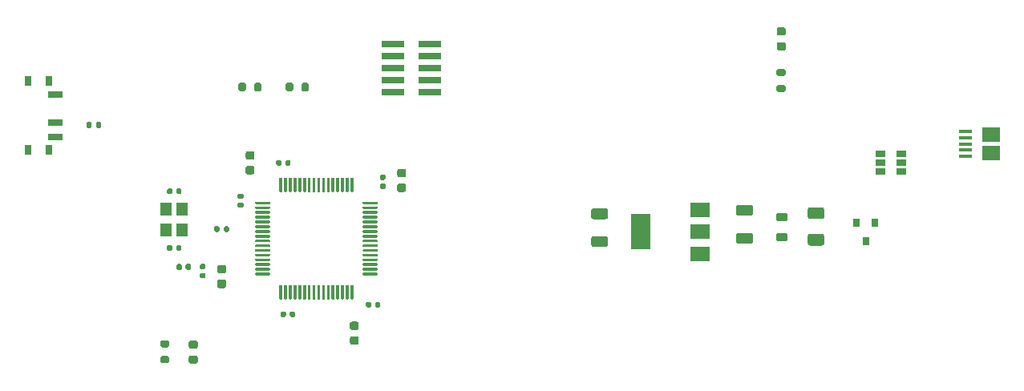
<source format=gbr>
%TF.GenerationSoftware,KiCad,Pcbnew,(5.1.8)-1*%
%TF.CreationDate,2021-03-29T14:59:59+03:00*%
%TF.ProjectId,STM32_PCB,53544d33-325f-4504-9342-2e6b69636164,rev?*%
%TF.SameCoordinates,Original*%
%TF.FileFunction,Paste,Top*%
%TF.FilePolarity,Positive*%
%FSLAX46Y46*%
G04 Gerber Fmt 4.6, Leading zero omitted, Abs format (unit mm)*
G04 Created by KiCad (PCBNEW (5.1.8)-1) date 2021-03-29 14:59:59*
%MOMM*%
%LPD*%
G01*
G04 APERTURE LIST*
%ADD10R,2.000000X1.500000*%
%ADD11R,2.000000X3.800000*%
%ADD12R,1.900000X1.500000*%
%ADD13R,1.350000X0.400000*%
%ADD14R,2.400000X0.740000*%
%ADD15R,0.800000X0.900000*%
%ADD16R,1.500000X0.700000*%
%ADD17R,0.800000X1.000000*%
%ADD18R,1.060000X0.650000*%
%ADD19R,1.200000X1.400000*%
G04 APERTURE END LIST*
D10*
%TO.C,U3*%
X138550000Y-103600000D03*
X138550000Y-99000000D03*
X138550000Y-101300000D03*
D11*
X132250000Y-101300000D03*
%TD*%
%TO.C,C4*%
G36*
G01*
X128550001Y-99950000D02*
X127249999Y-99950000D01*
G75*
G02*
X127000000Y-99700001I0J249999D01*
G01*
X127000000Y-99049999D01*
G75*
G02*
X127249999Y-98800000I249999J0D01*
G01*
X128550001Y-98800000D01*
G75*
G02*
X128800000Y-99049999I0J-249999D01*
G01*
X128800000Y-99700001D01*
G75*
G02*
X128550001Y-99950000I-249999J0D01*
G01*
G37*
G36*
G01*
X128550001Y-102900000D02*
X127249999Y-102900000D01*
G75*
G02*
X127000000Y-102650001I0J249999D01*
G01*
X127000000Y-101999999D01*
G75*
G02*
X127249999Y-101750000I249999J0D01*
G01*
X128550001Y-101750000D01*
G75*
G02*
X128800000Y-101999999I0J-249999D01*
G01*
X128800000Y-102650001D01*
G75*
G02*
X128550001Y-102900000I-249999J0D01*
G01*
G37*
%TD*%
%TO.C,R11*%
G36*
G01*
X146775000Y-85725000D02*
X147325000Y-85725000D01*
G75*
G02*
X147525000Y-85925000I0J-200000D01*
G01*
X147525000Y-86325000D01*
G75*
G02*
X147325000Y-86525000I-200000J0D01*
G01*
X146775000Y-86525000D01*
G75*
G02*
X146575000Y-86325000I0J200000D01*
G01*
X146575000Y-85925000D01*
G75*
G02*
X146775000Y-85725000I200000J0D01*
G01*
G37*
G36*
G01*
X146775000Y-84075000D02*
X147325000Y-84075000D01*
G75*
G02*
X147525000Y-84275000I0J-200000D01*
G01*
X147525000Y-84675000D01*
G75*
G02*
X147325000Y-84875000I-200000J0D01*
G01*
X146775000Y-84875000D01*
G75*
G02*
X146575000Y-84675000I0J200000D01*
G01*
X146575000Y-84275000D01*
G75*
G02*
X146775000Y-84075000I200000J0D01*
G01*
G37*
%TD*%
%TO.C,FB1*%
G36*
G01*
X146768750Y-101425000D02*
X147531250Y-101425000D01*
G75*
G02*
X147750000Y-101643750I0J-218750D01*
G01*
X147750000Y-102081250D01*
G75*
G02*
X147531250Y-102300000I-218750J0D01*
G01*
X146768750Y-102300000D01*
G75*
G02*
X146550000Y-102081250I0J218750D01*
G01*
X146550000Y-101643750D01*
G75*
G02*
X146768750Y-101425000I218750J0D01*
G01*
G37*
G36*
G01*
X146768750Y-99300000D02*
X147531250Y-99300000D01*
G75*
G02*
X147750000Y-99518750I0J-218750D01*
G01*
X147750000Y-99956250D01*
G75*
G02*
X147531250Y-100175000I-218750J0D01*
G01*
X146768750Y-100175000D01*
G75*
G02*
X146550000Y-99956250I0J218750D01*
G01*
X146550000Y-99518750D01*
G75*
G02*
X146768750Y-99300000I218750J0D01*
G01*
G37*
%TD*%
%TO.C,F1*%
G36*
G01*
X150125000Y-101495000D02*
X151375000Y-101495000D01*
G75*
G02*
X151625000Y-101745000I0J-250000D01*
G01*
X151625000Y-102495000D01*
G75*
G02*
X151375000Y-102745000I-250000J0D01*
G01*
X150125000Y-102745000D01*
G75*
G02*
X149875000Y-102495000I0J250000D01*
G01*
X149875000Y-101745000D01*
G75*
G02*
X150125000Y-101495000I250000J0D01*
G01*
G37*
G36*
G01*
X150125000Y-98695000D02*
X151375000Y-98695000D01*
G75*
G02*
X151625000Y-98945000I0J-250000D01*
G01*
X151625000Y-99695000D01*
G75*
G02*
X151375000Y-99945000I-250000J0D01*
G01*
X150125000Y-99945000D01*
G75*
G02*
X149875000Y-99695000I0J250000D01*
G01*
X149875000Y-98945000D01*
G75*
G02*
X150125000Y-98695000I250000J0D01*
G01*
G37*
%TD*%
%TO.C,D4*%
G36*
G01*
X147346250Y-80550000D02*
X146833750Y-80550000D01*
G75*
G02*
X146615000Y-80331250I0J218750D01*
G01*
X146615000Y-79893750D01*
G75*
G02*
X146833750Y-79675000I218750J0D01*
G01*
X147346250Y-79675000D01*
G75*
G02*
X147565000Y-79893750I0J-218750D01*
G01*
X147565000Y-80331250D01*
G75*
G02*
X147346250Y-80550000I-218750J0D01*
G01*
G37*
G36*
G01*
X147346250Y-82125000D02*
X146833750Y-82125000D01*
G75*
G02*
X146615000Y-81906250I0J218750D01*
G01*
X146615000Y-81468750D01*
G75*
G02*
X146833750Y-81250000I218750J0D01*
G01*
X147346250Y-81250000D01*
G75*
G02*
X147565000Y-81468750I0J-218750D01*
G01*
X147565000Y-81906250D01*
G75*
G02*
X147346250Y-82125000I-218750J0D01*
G01*
G37*
%TD*%
%TO.C,C6*%
G36*
G01*
X142549999Y-101400000D02*
X143850001Y-101400000D01*
G75*
G02*
X144100000Y-101649999I0J-249999D01*
G01*
X144100000Y-102300001D01*
G75*
G02*
X143850001Y-102550000I-249999J0D01*
G01*
X142549999Y-102550000D01*
G75*
G02*
X142300000Y-102300001I0J249999D01*
G01*
X142300000Y-101649999D01*
G75*
G02*
X142549999Y-101400000I249999J0D01*
G01*
G37*
G36*
G01*
X142549999Y-98450000D02*
X143850001Y-98450000D01*
G75*
G02*
X144100000Y-98699999I0J-249999D01*
G01*
X144100000Y-99350001D01*
G75*
G02*
X143850001Y-99600000I-249999J0D01*
G01*
X142549999Y-99600000D01*
G75*
G02*
X142300000Y-99350001I0J249999D01*
G01*
X142300000Y-98699999D01*
G75*
G02*
X142549999Y-98450000I249999J0D01*
G01*
G37*
%TD*%
%TO.C,C1*%
G36*
G01*
X91250000Y-95225000D02*
X90750000Y-95225000D01*
G75*
G02*
X90525000Y-95000000I0J225000D01*
G01*
X90525000Y-94550000D01*
G75*
G02*
X90750000Y-94325000I225000J0D01*
G01*
X91250000Y-94325000D01*
G75*
G02*
X91475000Y-94550000I0J-225000D01*
G01*
X91475000Y-95000000D01*
G75*
G02*
X91250000Y-95225000I-225000J0D01*
G01*
G37*
G36*
G01*
X91250000Y-93675000D02*
X90750000Y-93675000D01*
G75*
G02*
X90525000Y-93450000I0J225000D01*
G01*
X90525000Y-93000000D01*
G75*
G02*
X90750000Y-92775000I225000J0D01*
G01*
X91250000Y-92775000D01*
G75*
G02*
X91475000Y-93000000I0J-225000D01*
G01*
X91475000Y-93450000D01*
G75*
G02*
X91250000Y-93675000I-225000J0D01*
G01*
G37*
%TD*%
%TO.C,C2*%
G36*
G01*
X101750000Y-112325000D02*
X102250000Y-112325000D01*
G75*
G02*
X102475000Y-112550000I0J-225000D01*
G01*
X102475000Y-113000000D01*
G75*
G02*
X102250000Y-113225000I-225000J0D01*
G01*
X101750000Y-113225000D01*
G75*
G02*
X101525000Y-113000000I0J225000D01*
G01*
X101525000Y-112550000D01*
G75*
G02*
X101750000Y-112325000I225000J0D01*
G01*
G37*
G36*
G01*
X101750000Y-110775000D02*
X102250000Y-110775000D01*
G75*
G02*
X102475000Y-111000000I0J-225000D01*
G01*
X102475000Y-111450000D01*
G75*
G02*
X102250000Y-111675000I-225000J0D01*
G01*
X101750000Y-111675000D01*
G75*
G02*
X101525000Y-111450000I0J225000D01*
G01*
X101525000Y-111000000D01*
G75*
G02*
X101750000Y-110775000I225000J0D01*
G01*
G37*
%TD*%
%TO.C,C3*%
G36*
G01*
X90170000Y-97800000D02*
X89830000Y-97800000D01*
G75*
G02*
X89690000Y-97660000I0J140000D01*
G01*
X89690000Y-97380000D01*
G75*
G02*
X89830000Y-97240000I140000J0D01*
G01*
X90170000Y-97240000D01*
G75*
G02*
X90310000Y-97380000I0J-140000D01*
G01*
X90310000Y-97660000D01*
G75*
G02*
X90170000Y-97800000I-140000J0D01*
G01*
G37*
G36*
G01*
X90170000Y-98760000D02*
X89830000Y-98760000D01*
G75*
G02*
X89690000Y-98620000I0J140000D01*
G01*
X89690000Y-98340000D01*
G75*
G02*
X89830000Y-98200000I140000J0D01*
G01*
X90170000Y-98200000D01*
G75*
G02*
X90310000Y-98340000I0J-140000D01*
G01*
X90310000Y-98620000D01*
G75*
G02*
X90170000Y-98760000I-140000J0D01*
G01*
G37*
%TD*%
%TO.C,C5*%
G36*
G01*
X107250000Y-97085000D02*
X106750000Y-97085000D01*
G75*
G02*
X106525000Y-96860000I0J225000D01*
G01*
X106525000Y-96410000D01*
G75*
G02*
X106750000Y-96185000I225000J0D01*
G01*
X107250000Y-96185000D01*
G75*
G02*
X107475000Y-96410000I0J-225000D01*
G01*
X107475000Y-96860000D01*
G75*
G02*
X107250000Y-97085000I-225000J0D01*
G01*
G37*
G36*
G01*
X107250000Y-95535000D02*
X106750000Y-95535000D01*
G75*
G02*
X106525000Y-95310000I0J225000D01*
G01*
X106525000Y-94860000D01*
G75*
G02*
X106750000Y-94635000I225000J0D01*
G01*
X107250000Y-94635000D01*
G75*
G02*
X107475000Y-94860000I0J-225000D01*
G01*
X107475000Y-95310000D01*
G75*
G02*
X107250000Y-95535000I-225000J0D01*
G01*
G37*
%TD*%
%TO.C,C7*%
G36*
G01*
X95760000Y-109830000D02*
X95760000Y-110170000D01*
G75*
G02*
X95620000Y-110310000I-140000J0D01*
G01*
X95340000Y-110310000D01*
G75*
G02*
X95200000Y-110170000I0J140000D01*
G01*
X95200000Y-109830000D01*
G75*
G02*
X95340000Y-109690000I140000J0D01*
G01*
X95620000Y-109690000D01*
G75*
G02*
X95760000Y-109830000I0J-140000D01*
G01*
G37*
G36*
G01*
X94800000Y-109830000D02*
X94800000Y-110170000D01*
G75*
G02*
X94660000Y-110310000I-140000J0D01*
G01*
X94380000Y-110310000D01*
G75*
G02*
X94240000Y-110170000I0J140000D01*
G01*
X94240000Y-109830000D01*
G75*
G02*
X94380000Y-109690000I140000J0D01*
G01*
X94660000Y-109690000D01*
G75*
G02*
X94800000Y-109830000I0J-140000D01*
G01*
G37*
%TD*%
%TO.C,C9*%
G36*
G01*
X105170000Y-95800000D02*
X104830000Y-95800000D01*
G75*
G02*
X104690000Y-95660000I0J140000D01*
G01*
X104690000Y-95380000D01*
G75*
G02*
X104830000Y-95240000I140000J0D01*
G01*
X105170000Y-95240000D01*
G75*
G02*
X105310000Y-95380000I0J-140000D01*
G01*
X105310000Y-95660000D01*
G75*
G02*
X105170000Y-95800000I-140000J0D01*
G01*
G37*
G36*
G01*
X105170000Y-96760000D02*
X104830000Y-96760000D01*
G75*
G02*
X104690000Y-96620000I0J140000D01*
G01*
X104690000Y-96340000D01*
G75*
G02*
X104830000Y-96200000I140000J0D01*
G01*
X105170000Y-96200000D01*
G75*
G02*
X105310000Y-96340000I0J-140000D01*
G01*
X105310000Y-96620000D01*
G75*
G02*
X105170000Y-96760000I-140000J0D01*
G01*
G37*
%TD*%
%TO.C,C10*%
G36*
G01*
X93760000Y-94170000D02*
X93760000Y-93830000D01*
G75*
G02*
X93900000Y-93690000I140000J0D01*
G01*
X94180000Y-93690000D01*
G75*
G02*
X94320000Y-93830000I0J-140000D01*
G01*
X94320000Y-94170000D01*
G75*
G02*
X94180000Y-94310000I-140000J0D01*
G01*
X93900000Y-94310000D01*
G75*
G02*
X93760000Y-94170000I0J140000D01*
G01*
G37*
G36*
G01*
X94720000Y-94170000D02*
X94720000Y-93830000D01*
G75*
G02*
X94860000Y-93690000I140000J0D01*
G01*
X95140000Y-93690000D01*
G75*
G02*
X95280000Y-93830000I0J-140000D01*
G01*
X95280000Y-94170000D01*
G75*
G02*
X95140000Y-94310000I-140000J0D01*
G01*
X94860000Y-94310000D01*
G75*
G02*
X94720000Y-94170000I0J140000D01*
G01*
G37*
%TD*%
%TO.C,C11*%
G36*
G01*
X104200000Y-109170000D02*
X104200000Y-108830000D01*
G75*
G02*
X104340000Y-108690000I140000J0D01*
G01*
X104620000Y-108690000D01*
G75*
G02*
X104760000Y-108830000I0J-140000D01*
G01*
X104760000Y-109170000D01*
G75*
G02*
X104620000Y-109310000I-140000J0D01*
G01*
X104340000Y-109310000D01*
G75*
G02*
X104200000Y-109170000I0J140000D01*
G01*
G37*
G36*
G01*
X103240000Y-109170000D02*
X103240000Y-108830000D01*
G75*
G02*
X103380000Y-108690000I140000J0D01*
G01*
X103660000Y-108690000D01*
G75*
G02*
X103800000Y-108830000I0J-140000D01*
G01*
X103800000Y-109170000D01*
G75*
G02*
X103660000Y-109310000I-140000J0D01*
G01*
X103380000Y-109310000D01*
G75*
G02*
X103240000Y-109170000I0J140000D01*
G01*
G37*
%TD*%
%TO.C,C12*%
G36*
G01*
X82240000Y-97170000D02*
X82240000Y-96830000D01*
G75*
G02*
X82380000Y-96690000I140000J0D01*
G01*
X82660000Y-96690000D01*
G75*
G02*
X82800000Y-96830000I0J-140000D01*
G01*
X82800000Y-97170000D01*
G75*
G02*
X82660000Y-97310000I-140000J0D01*
G01*
X82380000Y-97310000D01*
G75*
G02*
X82240000Y-97170000I0J140000D01*
G01*
G37*
G36*
G01*
X83200000Y-97170000D02*
X83200000Y-96830000D01*
G75*
G02*
X83340000Y-96690000I140000J0D01*
G01*
X83620000Y-96690000D01*
G75*
G02*
X83760000Y-96830000I0J-140000D01*
G01*
X83760000Y-97170000D01*
G75*
G02*
X83620000Y-97310000I-140000J0D01*
G01*
X83340000Y-97310000D01*
G75*
G02*
X83200000Y-97170000I0J140000D01*
G01*
G37*
%TD*%
%TO.C,C13*%
G36*
G01*
X86170000Y-106200000D02*
X85830000Y-106200000D01*
G75*
G02*
X85690000Y-106060000I0J140000D01*
G01*
X85690000Y-105780000D01*
G75*
G02*
X85830000Y-105640000I140000J0D01*
G01*
X86170000Y-105640000D01*
G75*
G02*
X86310000Y-105780000I0J-140000D01*
G01*
X86310000Y-106060000D01*
G75*
G02*
X86170000Y-106200000I-140000J0D01*
G01*
G37*
G36*
G01*
X86170000Y-105240000D02*
X85830000Y-105240000D01*
G75*
G02*
X85690000Y-105100000I0J140000D01*
G01*
X85690000Y-104820000D01*
G75*
G02*
X85830000Y-104680000I140000J0D01*
G01*
X86170000Y-104680000D01*
G75*
G02*
X86310000Y-104820000I0J-140000D01*
G01*
X86310000Y-105100000D01*
G75*
G02*
X86170000Y-105240000I-140000J0D01*
G01*
G37*
%TD*%
%TO.C,C14*%
G36*
G01*
X82800000Y-102830000D02*
X82800000Y-103170000D01*
G75*
G02*
X82660000Y-103310000I-140000J0D01*
G01*
X82380000Y-103310000D01*
G75*
G02*
X82240000Y-103170000I0J140000D01*
G01*
X82240000Y-102830000D01*
G75*
G02*
X82380000Y-102690000I140000J0D01*
G01*
X82660000Y-102690000D01*
G75*
G02*
X82800000Y-102830000I0J-140000D01*
G01*
G37*
G36*
G01*
X83760000Y-102830000D02*
X83760000Y-103170000D01*
G75*
G02*
X83620000Y-103310000I-140000J0D01*
G01*
X83340000Y-103310000D01*
G75*
G02*
X83200000Y-103170000I0J140000D01*
G01*
X83200000Y-102830000D01*
G75*
G02*
X83340000Y-102690000I140000J0D01*
G01*
X83620000Y-102690000D01*
G75*
G02*
X83760000Y-102830000I0J-140000D01*
G01*
G37*
%TD*%
%TO.C,C15*%
G36*
G01*
X88250000Y-105685000D02*
X87750000Y-105685000D01*
G75*
G02*
X87525000Y-105460000I0J225000D01*
G01*
X87525000Y-105010000D01*
G75*
G02*
X87750000Y-104785000I225000J0D01*
G01*
X88250000Y-104785000D01*
G75*
G02*
X88475000Y-105010000I0J-225000D01*
G01*
X88475000Y-105460000D01*
G75*
G02*
X88250000Y-105685000I-225000J0D01*
G01*
G37*
G36*
G01*
X88250000Y-107235000D02*
X87750000Y-107235000D01*
G75*
G02*
X87525000Y-107010000I0J225000D01*
G01*
X87525000Y-106560000D01*
G75*
G02*
X87750000Y-106335000I225000J0D01*
G01*
X88250000Y-106335000D01*
G75*
G02*
X88475000Y-106560000I0J-225000D01*
G01*
X88475000Y-107010000D01*
G75*
G02*
X88250000Y-107235000I-225000J0D01*
G01*
G37*
%TD*%
%TO.C,D1*%
G36*
G01*
X84743750Y-112775000D02*
X85256250Y-112775000D01*
G75*
G02*
X85475000Y-112993750I0J-218750D01*
G01*
X85475000Y-113431250D01*
G75*
G02*
X85256250Y-113650000I-218750J0D01*
G01*
X84743750Y-113650000D01*
G75*
G02*
X84525000Y-113431250I0J218750D01*
G01*
X84525000Y-112993750D01*
G75*
G02*
X84743750Y-112775000I218750J0D01*
G01*
G37*
G36*
G01*
X84743750Y-114350000D02*
X85256250Y-114350000D01*
G75*
G02*
X85475000Y-114568750I0J-218750D01*
G01*
X85475000Y-115006250D01*
G75*
G02*
X85256250Y-115225000I-218750J0D01*
G01*
X84743750Y-115225000D01*
G75*
G02*
X84525000Y-115006250I0J218750D01*
G01*
X84525000Y-114568750D01*
G75*
G02*
X84743750Y-114350000I218750J0D01*
G01*
G37*
%TD*%
D12*
%TO.C,J2*%
X169237500Y-91000000D03*
D13*
X166537500Y-92650000D03*
X166537500Y-93300000D03*
X166537500Y-90700000D03*
X166537500Y-91350000D03*
X166537500Y-92000000D03*
D12*
X169237500Y-93000000D03*
%TD*%
D14*
%TO.C,J4*%
X109950000Y-86540000D03*
X106050000Y-86540000D03*
X109950000Y-85270000D03*
X106050000Y-85270000D03*
X109950000Y-84000000D03*
X106050000Y-84000000D03*
X109950000Y-82730000D03*
X106050000Y-82730000D03*
X109950000Y-81460000D03*
X106050000Y-81460000D03*
%TD*%
%TO.C,L1*%
G36*
G01*
X84780000Y-104827500D02*
X84780000Y-105172500D01*
G75*
G02*
X84632500Y-105320000I-147500J0D01*
G01*
X84337500Y-105320000D01*
G75*
G02*
X84190000Y-105172500I0J147500D01*
G01*
X84190000Y-104827500D01*
G75*
G02*
X84337500Y-104680000I147500J0D01*
G01*
X84632500Y-104680000D01*
G75*
G02*
X84780000Y-104827500I0J-147500D01*
G01*
G37*
G36*
G01*
X83810000Y-104827500D02*
X83810000Y-105172500D01*
G75*
G02*
X83662500Y-105320000I-147500J0D01*
G01*
X83367500Y-105320000D01*
G75*
G02*
X83220000Y-105172500I0J147500D01*
G01*
X83220000Y-104827500D01*
G75*
G02*
X83367500Y-104680000I147500J0D01*
G01*
X83662500Y-104680000D01*
G75*
G02*
X83810000Y-104827500I0J-147500D01*
G01*
G37*
%TD*%
D15*
%TO.C,Q1*%
X156950000Y-100300000D03*
X155050000Y-100300000D03*
X156000000Y-102300000D03*
%TD*%
%TO.C,R1*%
G36*
G01*
X82275000Y-115185000D02*
X81725000Y-115185000D01*
G75*
G02*
X81525000Y-114985000I0J200000D01*
G01*
X81525000Y-114585000D01*
G75*
G02*
X81725000Y-114385000I200000J0D01*
G01*
X82275000Y-114385000D01*
G75*
G02*
X82475000Y-114585000I0J-200000D01*
G01*
X82475000Y-114985000D01*
G75*
G02*
X82275000Y-115185000I-200000J0D01*
G01*
G37*
G36*
G01*
X82275000Y-113535000D02*
X81725000Y-113535000D01*
G75*
G02*
X81525000Y-113335000I0J200000D01*
G01*
X81525000Y-112935000D01*
G75*
G02*
X81725000Y-112735000I200000J0D01*
G01*
X82275000Y-112735000D01*
G75*
G02*
X82475000Y-112935000I0J-200000D01*
G01*
X82475000Y-113335000D01*
G75*
G02*
X82275000Y-113535000I-200000J0D01*
G01*
G37*
%TD*%
%TO.C,R2*%
G36*
G01*
X95575000Y-85725000D02*
X95575000Y-86275000D01*
G75*
G02*
X95375000Y-86475000I-200000J0D01*
G01*
X94975000Y-86475000D01*
G75*
G02*
X94775000Y-86275000I0J200000D01*
G01*
X94775000Y-85725000D01*
G75*
G02*
X94975000Y-85525000I200000J0D01*
G01*
X95375000Y-85525000D01*
G75*
G02*
X95575000Y-85725000I0J-200000D01*
G01*
G37*
G36*
G01*
X97225000Y-85725000D02*
X97225000Y-86275000D01*
G75*
G02*
X97025000Y-86475000I-200000J0D01*
G01*
X96625000Y-86475000D01*
G75*
G02*
X96425000Y-86275000I0J200000D01*
G01*
X96425000Y-85725000D01*
G75*
G02*
X96625000Y-85525000I200000J0D01*
G01*
X97025000Y-85525000D01*
G75*
G02*
X97225000Y-85725000I0J-200000D01*
G01*
G37*
%TD*%
%TO.C,R3*%
G36*
G01*
X89775000Y-86275000D02*
X89775000Y-85725000D01*
G75*
G02*
X89975000Y-85525000I200000J0D01*
G01*
X90375000Y-85525000D01*
G75*
G02*
X90575000Y-85725000I0J-200000D01*
G01*
X90575000Y-86275000D01*
G75*
G02*
X90375000Y-86475000I-200000J0D01*
G01*
X89975000Y-86475000D01*
G75*
G02*
X89775000Y-86275000I0J200000D01*
G01*
G37*
G36*
G01*
X91425000Y-86275000D02*
X91425000Y-85725000D01*
G75*
G02*
X91625000Y-85525000I200000J0D01*
G01*
X92025000Y-85525000D01*
G75*
G02*
X92225000Y-85725000I0J-200000D01*
G01*
X92225000Y-86275000D01*
G75*
G02*
X92025000Y-86475000I-200000J0D01*
G01*
X91625000Y-86475000D01*
G75*
G02*
X91425000Y-86275000I0J200000D01*
G01*
G37*
%TD*%
%TO.C,R4*%
G36*
G01*
X73730000Y-90185000D02*
X73730000Y-89815000D01*
G75*
G02*
X73865000Y-89680000I135000J0D01*
G01*
X74135000Y-89680000D01*
G75*
G02*
X74270000Y-89815000I0J-135000D01*
G01*
X74270000Y-90185000D01*
G75*
G02*
X74135000Y-90320000I-135000J0D01*
G01*
X73865000Y-90320000D01*
G75*
G02*
X73730000Y-90185000I0J135000D01*
G01*
G37*
G36*
G01*
X74750000Y-90185000D02*
X74750000Y-89815000D01*
G75*
G02*
X74885000Y-89680000I135000J0D01*
G01*
X75155000Y-89680000D01*
G75*
G02*
X75290000Y-89815000I0J-135000D01*
G01*
X75290000Y-90185000D01*
G75*
G02*
X75155000Y-90320000I-135000J0D01*
G01*
X74885000Y-90320000D01*
G75*
G02*
X74750000Y-90185000I0J135000D01*
G01*
G37*
%TD*%
%TO.C,R5*%
G36*
G01*
X87760000Y-100815000D02*
X87760000Y-101185000D01*
G75*
G02*
X87625000Y-101320000I-135000J0D01*
G01*
X87355000Y-101320000D01*
G75*
G02*
X87220000Y-101185000I0J135000D01*
G01*
X87220000Y-100815000D01*
G75*
G02*
X87355000Y-100680000I135000J0D01*
G01*
X87625000Y-100680000D01*
G75*
G02*
X87760000Y-100815000I0J-135000D01*
G01*
G37*
G36*
G01*
X88780000Y-100815000D02*
X88780000Y-101185000D01*
G75*
G02*
X88645000Y-101320000I-135000J0D01*
G01*
X88375000Y-101320000D01*
G75*
G02*
X88240000Y-101185000I0J135000D01*
G01*
X88240000Y-100815000D01*
G75*
G02*
X88375000Y-100680000I135000J0D01*
G01*
X88645000Y-100680000D01*
G75*
G02*
X88780000Y-100815000I0J-135000D01*
G01*
G37*
%TD*%
D16*
%TO.C,SW1*%
X70430000Y-86750000D03*
X70430000Y-89750000D03*
X70430000Y-91250000D03*
D17*
X67570000Y-85350000D03*
X67570000Y-92650000D03*
X69780000Y-92650000D03*
X69780000Y-85350000D03*
%TD*%
%TO.C,U1*%
G36*
G01*
X91550000Y-98325000D02*
X91550000Y-98175000D01*
G75*
G02*
X91625000Y-98100000I75000J0D01*
G01*
X93025000Y-98100000D01*
G75*
G02*
X93100000Y-98175000I0J-75000D01*
G01*
X93100000Y-98325000D01*
G75*
G02*
X93025000Y-98400000I-75000J0D01*
G01*
X91625000Y-98400000D01*
G75*
G02*
X91550000Y-98325000I0J75000D01*
G01*
G37*
G36*
G01*
X91550000Y-98825000D02*
X91550000Y-98675000D01*
G75*
G02*
X91625000Y-98600000I75000J0D01*
G01*
X93025000Y-98600000D01*
G75*
G02*
X93100000Y-98675000I0J-75000D01*
G01*
X93100000Y-98825000D01*
G75*
G02*
X93025000Y-98900000I-75000J0D01*
G01*
X91625000Y-98900000D01*
G75*
G02*
X91550000Y-98825000I0J75000D01*
G01*
G37*
G36*
G01*
X91550000Y-99325000D02*
X91550000Y-99175000D01*
G75*
G02*
X91625000Y-99100000I75000J0D01*
G01*
X93025000Y-99100000D01*
G75*
G02*
X93100000Y-99175000I0J-75000D01*
G01*
X93100000Y-99325000D01*
G75*
G02*
X93025000Y-99400000I-75000J0D01*
G01*
X91625000Y-99400000D01*
G75*
G02*
X91550000Y-99325000I0J75000D01*
G01*
G37*
G36*
G01*
X91550000Y-99825000D02*
X91550000Y-99675000D01*
G75*
G02*
X91625000Y-99600000I75000J0D01*
G01*
X93025000Y-99600000D01*
G75*
G02*
X93100000Y-99675000I0J-75000D01*
G01*
X93100000Y-99825000D01*
G75*
G02*
X93025000Y-99900000I-75000J0D01*
G01*
X91625000Y-99900000D01*
G75*
G02*
X91550000Y-99825000I0J75000D01*
G01*
G37*
G36*
G01*
X91550000Y-100325000D02*
X91550000Y-100175000D01*
G75*
G02*
X91625000Y-100100000I75000J0D01*
G01*
X93025000Y-100100000D01*
G75*
G02*
X93100000Y-100175000I0J-75000D01*
G01*
X93100000Y-100325000D01*
G75*
G02*
X93025000Y-100400000I-75000J0D01*
G01*
X91625000Y-100400000D01*
G75*
G02*
X91550000Y-100325000I0J75000D01*
G01*
G37*
G36*
G01*
X91550000Y-100825000D02*
X91550000Y-100675000D01*
G75*
G02*
X91625000Y-100600000I75000J0D01*
G01*
X93025000Y-100600000D01*
G75*
G02*
X93100000Y-100675000I0J-75000D01*
G01*
X93100000Y-100825000D01*
G75*
G02*
X93025000Y-100900000I-75000J0D01*
G01*
X91625000Y-100900000D01*
G75*
G02*
X91550000Y-100825000I0J75000D01*
G01*
G37*
G36*
G01*
X91550000Y-101325000D02*
X91550000Y-101175000D01*
G75*
G02*
X91625000Y-101100000I75000J0D01*
G01*
X93025000Y-101100000D01*
G75*
G02*
X93100000Y-101175000I0J-75000D01*
G01*
X93100000Y-101325000D01*
G75*
G02*
X93025000Y-101400000I-75000J0D01*
G01*
X91625000Y-101400000D01*
G75*
G02*
X91550000Y-101325000I0J75000D01*
G01*
G37*
G36*
G01*
X91550000Y-101825000D02*
X91550000Y-101675000D01*
G75*
G02*
X91625000Y-101600000I75000J0D01*
G01*
X93025000Y-101600000D01*
G75*
G02*
X93100000Y-101675000I0J-75000D01*
G01*
X93100000Y-101825000D01*
G75*
G02*
X93025000Y-101900000I-75000J0D01*
G01*
X91625000Y-101900000D01*
G75*
G02*
X91550000Y-101825000I0J75000D01*
G01*
G37*
G36*
G01*
X91550000Y-102325000D02*
X91550000Y-102175000D01*
G75*
G02*
X91625000Y-102100000I75000J0D01*
G01*
X93025000Y-102100000D01*
G75*
G02*
X93100000Y-102175000I0J-75000D01*
G01*
X93100000Y-102325000D01*
G75*
G02*
X93025000Y-102400000I-75000J0D01*
G01*
X91625000Y-102400000D01*
G75*
G02*
X91550000Y-102325000I0J75000D01*
G01*
G37*
G36*
G01*
X91550000Y-102825000D02*
X91550000Y-102675000D01*
G75*
G02*
X91625000Y-102600000I75000J0D01*
G01*
X93025000Y-102600000D01*
G75*
G02*
X93100000Y-102675000I0J-75000D01*
G01*
X93100000Y-102825000D01*
G75*
G02*
X93025000Y-102900000I-75000J0D01*
G01*
X91625000Y-102900000D01*
G75*
G02*
X91550000Y-102825000I0J75000D01*
G01*
G37*
G36*
G01*
X91550000Y-103325000D02*
X91550000Y-103175000D01*
G75*
G02*
X91625000Y-103100000I75000J0D01*
G01*
X93025000Y-103100000D01*
G75*
G02*
X93100000Y-103175000I0J-75000D01*
G01*
X93100000Y-103325000D01*
G75*
G02*
X93025000Y-103400000I-75000J0D01*
G01*
X91625000Y-103400000D01*
G75*
G02*
X91550000Y-103325000I0J75000D01*
G01*
G37*
G36*
G01*
X91550000Y-103825000D02*
X91550000Y-103675000D01*
G75*
G02*
X91625000Y-103600000I75000J0D01*
G01*
X93025000Y-103600000D01*
G75*
G02*
X93100000Y-103675000I0J-75000D01*
G01*
X93100000Y-103825000D01*
G75*
G02*
X93025000Y-103900000I-75000J0D01*
G01*
X91625000Y-103900000D01*
G75*
G02*
X91550000Y-103825000I0J75000D01*
G01*
G37*
G36*
G01*
X91550000Y-104325000D02*
X91550000Y-104175000D01*
G75*
G02*
X91625000Y-104100000I75000J0D01*
G01*
X93025000Y-104100000D01*
G75*
G02*
X93100000Y-104175000I0J-75000D01*
G01*
X93100000Y-104325000D01*
G75*
G02*
X93025000Y-104400000I-75000J0D01*
G01*
X91625000Y-104400000D01*
G75*
G02*
X91550000Y-104325000I0J75000D01*
G01*
G37*
G36*
G01*
X91550000Y-104825000D02*
X91550000Y-104675000D01*
G75*
G02*
X91625000Y-104600000I75000J0D01*
G01*
X93025000Y-104600000D01*
G75*
G02*
X93100000Y-104675000I0J-75000D01*
G01*
X93100000Y-104825000D01*
G75*
G02*
X93025000Y-104900000I-75000J0D01*
G01*
X91625000Y-104900000D01*
G75*
G02*
X91550000Y-104825000I0J75000D01*
G01*
G37*
G36*
G01*
X91550000Y-105325000D02*
X91550000Y-105175000D01*
G75*
G02*
X91625000Y-105100000I75000J0D01*
G01*
X93025000Y-105100000D01*
G75*
G02*
X93100000Y-105175000I0J-75000D01*
G01*
X93100000Y-105325000D01*
G75*
G02*
X93025000Y-105400000I-75000J0D01*
G01*
X91625000Y-105400000D01*
G75*
G02*
X91550000Y-105325000I0J75000D01*
G01*
G37*
G36*
G01*
X91550000Y-105825000D02*
X91550000Y-105675000D01*
G75*
G02*
X91625000Y-105600000I75000J0D01*
G01*
X93025000Y-105600000D01*
G75*
G02*
X93100000Y-105675000I0J-75000D01*
G01*
X93100000Y-105825000D01*
G75*
G02*
X93025000Y-105900000I-75000J0D01*
G01*
X91625000Y-105900000D01*
G75*
G02*
X91550000Y-105825000I0J75000D01*
G01*
G37*
G36*
G01*
X94100000Y-108375000D02*
X94100000Y-106975000D01*
G75*
G02*
X94175000Y-106900000I75000J0D01*
G01*
X94325000Y-106900000D01*
G75*
G02*
X94400000Y-106975000I0J-75000D01*
G01*
X94400000Y-108375000D01*
G75*
G02*
X94325000Y-108450000I-75000J0D01*
G01*
X94175000Y-108450000D01*
G75*
G02*
X94100000Y-108375000I0J75000D01*
G01*
G37*
G36*
G01*
X94600000Y-108375000D02*
X94600000Y-106975000D01*
G75*
G02*
X94675000Y-106900000I75000J0D01*
G01*
X94825000Y-106900000D01*
G75*
G02*
X94900000Y-106975000I0J-75000D01*
G01*
X94900000Y-108375000D01*
G75*
G02*
X94825000Y-108450000I-75000J0D01*
G01*
X94675000Y-108450000D01*
G75*
G02*
X94600000Y-108375000I0J75000D01*
G01*
G37*
G36*
G01*
X95100000Y-108375000D02*
X95100000Y-106975000D01*
G75*
G02*
X95175000Y-106900000I75000J0D01*
G01*
X95325000Y-106900000D01*
G75*
G02*
X95400000Y-106975000I0J-75000D01*
G01*
X95400000Y-108375000D01*
G75*
G02*
X95325000Y-108450000I-75000J0D01*
G01*
X95175000Y-108450000D01*
G75*
G02*
X95100000Y-108375000I0J75000D01*
G01*
G37*
G36*
G01*
X95600000Y-108375000D02*
X95600000Y-106975000D01*
G75*
G02*
X95675000Y-106900000I75000J0D01*
G01*
X95825000Y-106900000D01*
G75*
G02*
X95900000Y-106975000I0J-75000D01*
G01*
X95900000Y-108375000D01*
G75*
G02*
X95825000Y-108450000I-75000J0D01*
G01*
X95675000Y-108450000D01*
G75*
G02*
X95600000Y-108375000I0J75000D01*
G01*
G37*
G36*
G01*
X96100000Y-108375000D02*
X96100000Y-106975000D01*
G75*
G02*
X96175000Y-106900000I75000J0D01*
G01*
X96325000Y-106900000D01*
G75*
G02*
X96400000Y-106975000I0J-75000D01*
G01*
X96400000Y-108375000D01*
G75*
G02*
X96325000Y-108450000I-75000J0D01*
G01*
X96175000Y-108450000D01*
G75*
G02*
X96100000Y-108375000I0J75000D01*
G01*
G37*
G36*
G01*
X96600000Y-108375000D02*
X96600000Y-106975000D01*
G75*
G02*
X96675000Y-106900000I75000J0D01*
G01*
X96825000Y-106900000D01*
G75*
G02*
X96900000Y-106975000I0J-75000D01*
G01*
X96900000Y-108375000D01*
G75*
G02*
X96825000Y-108450000I-75000J0D01*
G01*
X96675000Y-108450000D01*
G75*
G02*
X96600000Y-108375000I0J75000D01*
G01*
G37*
G36*
G01*
X97100000Y-108375000D02*
X97100000Y-106975000D01*
G75*
G02*
X97175000Y-106900000I75000J0D01*
G01*
X97325000Y-106900000D01*
G75*
G02*
X97400000Y-106975000I0J-75000D01*
G01*
X97400000Y-108375000D01*
G75*
G02*
X97325000Y-108450000I-75000J0D01*
G01*
X97175000Y-108450000D01*
G75*
G02*
X97100000Y-108375000I0J75000D01*
G01*
G37*
G36*
G01*
X97600000Y-108375000D02*
X97600000Y-106975000D01*
G75*
G02*
X97675000Y-106900000I75000J0D01*
G01*
X97825000Y-106900000D01*
G75*
G02*
X97900000Y-106975000I0J-75000D01*
G01*
X97900000Y-108375000D01*
G75*
G02*
X97825000Y-108450000I-75000J0D01*
G01*
X97675000Y-108450000D01*
G75*
G02*
X97600000Y-108375000I0J75000D01*
G01*
G37*
G36*
G01*
X98100000Y-108375000D02*
X98100000Y-106975000D01*
G75*
G02*
X98175000Y-106900000I75000J0D01*
G01*
X98325000Y-106900000D01*
G75*
G02*
X98400000Y-106975000I0J-75000D01*
G01*
X98400000Y-108375000D01*
G75*
G02*
X98325000Y-108450000I-75000J0D01*
G01*
X98175000Y-108450000D01*
G75*
G02*
X98100000Y-108375000I0J75000D01*
G01*
G37*
G36*
G01*
X98600000Y-108375000D02*
X98600000Y-106975000D01*
G75*
G02*
X98675000Y-106900000I75000J0D01*
G01*
X98825000Y-106900000D01*
G75*
G02*
X98900000Y-106975000I0J-75000D01*
G01*
X98900000Y-108375000D01*
G75*
G02*
X98825000Y-108450000I-75000J0D01*
G01*
X98675000Y-108450000D01*
G75*
G02*
X98600000Y-108375000I0J75000D01*
G01*
G37*
G36*
G01*
X99100000Y-108375000D02*
X99100000Y-106975000D01*
G75*
G02*
X99175000Y-106900000I75000J0D01*
G01*
X99325000Y-106900000D01*
G75*
G02*
X99400000Y-106975000I0J-75000D01*
G01*
X99400000Y-108375000D01*
G75*
G02*
X99325000Y-108450000I-75000J0D01*
G01*
X99175000Y-108450000D01*
G75*
G02*
X99100000Y-108375000I0J75000D01*
G01*
G37*
G36*
G01*
X99600000Y-108375000D02*
X99600000Y-106975000D01*
G75*
G02*
X99675000Y-106900000I75000J0D01*
G01*
X99825000Y-106900000D01*
G75*
G02*
X99900000Y-106975000I0J-75000D01*
G01*
X99900000Y-108375000D01*
G75*
G02*
X99825000Y-108450000I-75000J0D01*
G01*
X99675000Y-108450000D01*
G75*
G02*
X99600000Y-108375000I0J75000D01*
G01*
G37*
G36*
G01*
X100100000Y-108375000D02*
X100100000Y-106975000D01*
G75*
G02*
X100175000Y-106900000I75000J0D01*
G01*
X100325000Y-106900000D01*
G75*
G02*
X100400000Y-106975000I0J-75000D01*
G01*
X100400000Y-108375000D01*
G75*
G02*
X100325000Y-108450000I-75000J0D01*
G01*
X100175000Y-108450000D01*
G75*
G02*
X100100000Y-108375000I0J75000D01*
G01*
G37*
G36*
G01*
X100600000Y-108375000D02*
X100600000Y-106975000D01*
G75*
G02*
X100675000Y-106900000I75000J0D01*
G01*
X100825000Y-106900000D01*
G75*
G02*
X100900000Y-106975000I0J-75000D01*
G01*
X100900000Y-108375000D01*
G75*
G02*
X100825000Y-108450000I-75000J0D01*
G01*
X100675000Y-108450000D01*
G75*
G02*
X100600000Y-108375000I0J75000D01*
G01*
G37*
G36*
G01*
X101100000Y-108375000D02*
X101100000Y-106975000D01*
G75*
G02*
X101175000Y-106900000I75000J0D01*
G01*
X101325000Y-106900000D01*
G75*
G02*
X101400000Y-106975000I0J-75000D01*
G01*
X101400000Y-108375000D01*
G75*
G02*
X101325000Y-108450000I-75000J0D01*
G01*
X101175000Y-108450000D01*
G75*
G02*
X101100000Y-108375000I0J75000D01*
G01*
G37*
G36*
G01*
X101600000Y-108375000D02*
X101600000Y-106975000D01*
G75*
G02*
X101675000Y-106900000I75000J0D01*
G01*
X101825000Y-106900000D01*
G75*
G02*
X101900000Y-106975000I0J-75000D01*
G01*
X101900000Y-108375000D01*
G75*
G02*
X101825000Y-108450000I-75000J0D01*
G01*
X101675000Y-108450000D01*
G75*
G02*
X101600000Y-108375000I0J75000D01*
G01*
G37*
G36*
G01*
X102900000Y-105825000D02*
X102900000Y-105675000D01*
G75*
G02*
X102975000Y-105600000I75000J0D01*
G01*
X104375000Y-105600000D01*
G75*
G02*
X104450000Y-105675000I0J-75000D01*
G01*
X104450000Y-105825000D01*
G75*
G02*
X104375000Y-105900000I-75000J0D01*
G01*
X102975000Y-105900000D01*
G75*
G02*
X102900000Y-105825000I0J75000D01*
G01*
G37*
G36*
G01*
X102900000Y-105325000D02*
X102900000Y-105175000D01*
G75*
G02*
X102975000Y-105100000I75000J0D01*
G01*
X104375000Y-105100000D01*
G75*
G02*
X104450000Y-105175000I0J-75000D01*
G01*
X104450000Y-105325000D01*
G75*
G02*
X104375000Y-105400000I-75000J0D01*
G01*
X102975000Y-105400000D01*
G75*
G02*
X102900000Y-105325000I0J75000D01*
G01*
G37*
G36*
G01*
X102900000Y-104825000D02*
X102900000Y-104675000D01*
G75*
G02*
X102975000Y-104600000I75000J0D01*
G01*
X104375000Y-104600000D01*
G75*
G02*
X104450000Y-104675000I0J-75000D01*
G01*
X104450000Y-104825000D01*
G75*
G02*
X104375000Y-104900000I-75000J0D01*
G01*
X102975000Y-104900000D01*
G75*
G02*
X102900000Y-104825000I0J75000D01*
G01*
G37*
G36*
G01*
X102900000Y-104325000D02*
X102900000Y-104175000D01*
G75*
G02*
X102975000Y-104100000I75000J0D01*
G01*
X104375000Y-104100000D01*
G75*
G02*
X104450000Y-104175000I0J-75000D01*
G01*
X104450000Y-104325000D01*
G75*
G02*
X104375000Y-104400000I-75000J0D01*
G01*
X102975000Y-104400000D01*
G75*
G02*
X102900000Y-104325000I0J75000D01*
G01*
G37*
G36*
G01*
X102900000Y-103825000D02*
X102900000Y-103675000D01*
G75*
G02*
X102975000Y-103600000I75000J0D01*
G01*
X104375000Y-103600000D01*
G75*
G02*
X104450000Y-103675000I0J-75000D01*
G01*
X104450000Y-103825000D01*
G75*
G02*
X104375000Y-103900000I-75000J0D01*
G01*
X102975000Y-103900000D01*
G75*
G02*
X102900000Y-103825000I0J75000D01*
G01*
G37*
G36*
G01*
X102900000Y-103325000D02*
X102900000Y-103175000D01*
G75*
G02*
X102975000Y-103100000I75000J0D01*
G01*
X104375000Y-103100000D01*
G75*
G02*
X104450000Y-103175000I0J-75000D01*
G01*
X104450000Y-103325000D01*
G75*
G02*
X104375000Y-103400000I-75000J0D01*
G01*
X102975000Y-103400000D01*
G75*
G02*
X102900000Y-103325000I0J75000D01*
G01*
G37*
G36*
G01*
X102900000Y-102825000D02*
X102900000Y-102675000D01*
G75*
G02*
X102975000Y-102600000I75000J0D01*
G01*
X104375000Y-102600000D01*
G75*
G02*
X104450000Y-102675000I0J-75000D01*
G01*
X104450000Y-102825000D01*
G75*
G02*
X104375000Y-102900000I-75000J0D01*
G01*
X102975000Y-102900000D01*
G75*
G02*
X102900000Y-102825000I0J75000D01*
G01*
G37*
G36*
G01*
X102900000Y-102325000D02*
X102900000Y-102175000D01*
G75*
G02*
X102975000Y-102100000I75000J0D01*
G01*
X104375000Y-102100000D01*
G75*
G02*
X104450000Y-102175000I0J-75000D01*
G01*
X104450000Y-102325000D01*
G75*
G02*
X104375000Y-102400000I-75000J0D01*
G01*
X102975000Y-102400000D01*
G75*
G02*
X102900000Y-102325000I0J75000D01*
G01*
G37*
G36*
G01*
X102900000Y-101825000D02*
X102900000Y-101675000D01*
G75*
G02*
X102975000Y-101600000I75000J0D01*
G01*
X104375000Y-101600000D01*
G75*
G02*
X104450000Y-101675000I0J-75000D01*
G01*
X104450000Y-101825000D01*
G75*
G02*
X104375000Y-101900000I-75000J0D01*
G01*
X102975000Y-101900000D01*
G75*
G02*
X102900000Y-101825000I0J75000D01*
G01*
G37*
G36*
G01*
X102900000Y-101325000D02*
X102900000Y-101175000D01*
G75*
G02*
X102975000Y-101100000I75000J0D01*
G01*
X104375000Y-101100000D01*
G75*
G02*
X104450000Y-101175000I0J-75000D01*
G01*
X104450000Y-101325000D01*
G75*
G02*
X104375000Y-101400000I-75000J0D01*
G01*
X102975000Y-101400000D01*
G75*
G02*
X102900000Y-101325000I0J75000D01*
G01*
G37*
G36*
G01*
X102900000Y-100825000D02*
X102900000Y-100675000D01*
G75*
G02*
X102975000Y-100600000I75000J0D01*
G01*
X104375000Y-100600000D01*
G75*
G02*
X104450000Y-100675000I0J-75000D01*
G01*
X104450000Y-100825000D01*
G75*
G02*
X104375000Y-100900000I-75000J0D01*
G01*
X102975000Y-100900000D01*
G75*
G02*
X102900000Y-100825000I0J75000D01*
G01*
G37*
G36*
G01*
X102900000Y-100325000D02*
X102900000Y-100175000D01*
G75*
G02*
X102975000Y-100100000I75000J0D01*
G01*
X104375000Y-100100000D01*
G75*
G02*
X104450000Y-100175000I0J-75000D01*
G01*
X104450000Y-100325000D01*
G75*
G02*
X104375000Y-100400000I-75000J0D01*
G01*
X102975000Y-100400000D01*
G75*
G02*
X102900000Y-100325000I0J75000D01*
G01*
G37*
G36*
G01*
X102900000Y-99825000D02*
X102900000Y-99675000D01*
G75*
G02*
X102975000Y-99600000I75000J0D01*
G01*
X104375000Y-99600000D01*
G75*
G02*
X104450000Y-99675000I0J-75000D01*
G01*
X104450000Y-99825000D01*
G75*
G02*
X104375000Y-99900000I-75000J0D01*
G01*
X102975000Y-99900000D01*
G75*
G02*
X102900000Y-99825000I0J75000D01*
G01*
G37*
G36*
G01*
X102900000Y-99325000D02*
X102900000Y-99175000D01*
G75*
G02*
X102975000Y-99100000I75000J0D01*
G01*
X104375000Y-99100000D01*
G75*
G02*
X104450000Y-99175000I0J-75000D01*
G01*
X104450000Y-99325000D01*
G75*
G02*
X104375000Y-99400000I-75000J0D01*
G01*
X102975000Y-99400000D01*
G75*
G02*
X102900000Y-99325000I0J75000D01*
G01*
G37*
G36*
G01*
X102900000Y-98825000D02*
X102900000Y-98675000D01*
G75*
G02*
X102975000Y-98600000I75000J0D01*
G01*
X104375000Y-98600000D01*
G75*
G02*
X104450000Y-98675000I0J-75000D01*
G01*
X104450000Y-98825000D01*
G75*
G02*
X104375000Y-98900000I-75000J0D01*
G01*
X102975000Y-98900000D01*
G75*
G02*
X102900000Y-98825000I0J75000D01*
G01*
G37*
G36*
G01*
X102900000Y-98325000D02*
X102900000Y-98175000D01*
G75*
G02*
X102975000Y-98100000I75000J0D01*
G01*
X104375000Y-98100000D01*
G75*
G02*
X104450000Y-98175000I0J-75000D01*
G01*
X104450000Y-98325000D01*
G75*
G02*
X104375000Y-98400000I-75000J0D01*
G01*
X102975000Y-98400000D01*
G75*
G02*
X102900000Y-98325000I0J75000D01*
G01*
G37*
G36*
G01*
X101600000Y-97025000D02*
X101600000Y-95625000D01*
G75*
G02*
X101675000Y-95550000I75000J0D01*
G01*
X101825000Y-95550000D01*
G75*
G02*
X101900000Y-95625000I0J-75000D01*
G01*
X101900000Y-97025000D01*
G75*
G02*
X101825000Y-97100000I-75000J0D01*
G01*
X101675000Y-97100000D01*
G75*
G02*
X101600000Y-97025000I0J75000D01*
G01*
G37*
G36*
G01*
X101100000Y-97025000D02*
X101100000Y-95625000D01*
G75*
G02*
X101175000Y-95550000I75000J0D01*
G01*
X101325000Y-95550000D01*
G75*
G02*
X101400000Y-95625000I0J-75000D01*
G01*
X101400000Y-97025000D01*
G75*
G02*
X101325000Y-97100000I-75000J0D01*
G01*
X101175000Y-97100000D01*
G75*
G02*
X101100000Y-97025000I0J75000D01*
G01*
G37*
G36*
G01*
X100600000Y-97025000D02*
X100600000Y-95625000D01*
G75*
G02*
X100675000Y-95550000I75000J0D01*
G01*
X100825000Y-95550000D01*
G75*
G02*
X100900000Y-95625000I0J-75000D01*
G01*
X100900000Y-97025000D01*
G75*
G02*
X100825000Y-97100000I-75000J0D01*
G01*
X100675000Y-97100000D01*
G75*
G02*
X100600000Y-97025000I0J75000D01*
G01*
G37*
G36*
G01*
X100100000Y-97025000D02*
X100100000Y-95625000D01*
G75*
G02*
X100175000Y-95550000I75000J0D01*
G01*
X100325000Y-95550000D01*
G75*
G02*
X100400000Y-95625000I0J-75000D01*
G01*
X100400000Y-97025000D01*
G75*
G02*
X100325000Y-97100000I-75000J0D01*
G01*
X100175000Y-97100000D01*
G75*
G02*
X100100000Y-97025000I0J75000D01*
G01*
G37*
G36*
G01*
X99600000Y-97025000D02*
X99600000Y-95625000D01*
G75*
G02*
X99675000Y-95550000I75000J0D01*
G01*
X99825000Y-95550000D01*
G75*
G02*
X99900000Y-95625000I0J-75000D01*
G01*
X99900000Y-97025000D01*
G75*
G02*
X99825000Y-97100000I-75000J0D01*
G01*
X99675000Y-97100000D01*
G75*
G02*
X99600000Y-97025000I0J75000D01*
G01*
G37*
G36*
G01*
X99100000Y-97025000D02*
X99100000Y-95625000D01*
G75*
G02*
X99175000Y-95550000I75000J0D01*
G01*
X99325000Y-95550000D01*
G75*
G02*
X99400000Y-95625000I0J-75000D01*
G01*
X99400000Y-97025000D01*
G75*
G02*
X99325000Y-97100000I-75000J0D01*
G01*
X99175000Y-97100000D01*
G75*
G02*
X99100000Y-97025000I0J75000D01*
G01*
G37*
G36*
G01*
X98600000Y-97025000D02*
X98600000Y-95625000D01*
G75*
G02*
X98675000Y-95550000I75000J0D01*
G01*
X98825000Y-95550000D01*
G75*
G02*
X98900000Y-95625000I0J-75000D01*
G01*
X98900000Y-97025000D01*
G75*
G02*
X98825000Y-97100000I-75000J0D01*
G01*
X98675000Y-97100000D01*
G75*
G02*
X98600000Y-97025000I0J75000D01*
G01*
G37*
G36*
G01*
X98100000Y-97025000D02*
X98100000Y-95625000D01*
G75*
G02*
X98175000Y-95550000I75000J0D01*
G01*
X98325000Y-95550000D01*
G75*
G02*
X98400000Y-95625000I0J-75000D01*
G01*
X98400000Y-97025000D01*
G75*
G02*
X98325000Y-97100000I-75000J0D01*
G01*
X98175000Y-97100000D01*
G75*
G02*
X98100000Y-97025000I0J75000D01*
G01*
G37*
G36*
G01*
X97600000Y-97025000D02*
X97600000Y-95625000D01*
G75*
G02*
X97675000Y-95550000I75000J0D01*
G01*
X97825000Y-95550000D01*
G75*
G02*
X97900000Y-95625000I0J-75000D01*
G01*
X97900000Y-97025000D01*
G75*
G02*
X97825000Y-97100000I-75000J0D01*
G01*
X97675000Y-97100000D01*
G75*
G02*
X97600000Y-97025000I0J75000D01*
G01*
G37*
G36*
G01*
X97100000Y-97025000D02*
X97100000Y-95625000D01*
G75*
G02*
X97175000Y-95550000I75000J0D01*
G01*
X97325000Y-95550000D01*
G75*
G02*
X97400000Y-95625000I0J-75000D01*
G01*
X97400000Y-97025000D01*
G75*
G02*
X97325000Y-97100000I-75000J0D01*
G01*
X97175000Y-97100000D01*
G75*
G02*
X97100000Y-97025000I0J75000D01*
G01*
G37*
G36*
G01*
X96600000Y-97025000D02*
X96600000Y-95625000D01*
G75*
G02*
X96675000Y-95550000I75000J0D01*
G01*
X96825000Y-95550000D01*
G75*
G02*
X96900000Y-95625000I0J-75000D01*
G01*
X96900000Y-97025000D01*
G75*
G02*
X96825000Y-97100000I-75000J0D01*
G01*
X96675000Y-97100000D01*
G75*
G02*
X96600000Y-97025000I0J75000D01*
G01*
G37*
G36*
G01*
X96100000Y-97025000D02*
X96100000Y-95625000D01*
G75*
G02*
X96175000Y-95550000I75000J0D01*
G01*
X96325000Y-95550000D01*
G75*
G02*
X96400000Y-95625000I0J-75000D01*
G01*
X96400000Y-97025000D01*
G75*
G02*
X96325000Y-97100000I-75000J0D01*
G01*
X96175000Y-97100000D01*
G75*
G02*
X96100000Y-97025000I0J75000D01*
G01*
G37*
G36*
G01*
X95600000Y-97025000D02*
X95600000Y-95625000D01*
G75*
G02*
X95675000Y-95550000I75000J0D01*
G01*
X95825000Y-95550000D01*
G75*
G02*
X95900000Y-95625000I0J-75000D01*
G01*
X95900000Y-97025000D01*
G75*
G02*
X95825000Y-97100000I-75000J0D01*
G01*
X95675000Y-97100000D01*
G75*
G02*
X95600000Y-97025000I0J75000D01*
G01*
G37*
G36*
G01*
X95100000Y-97025000D02*
X95100000Y-95625000D01*
G75*
G02*
X95175000Y-95550000I75000J0D01*
G01*
X95325000Y-95550000D01*
G75*
G02*
X95400000Y-95625000I0J-75000D01*
G01*
X95400000Y-97025000D01*
G75*
G02*
X95325000Y-97100000I-75000J0D01*
G01*
X95175000Y-97100000D01*
G75*
G02*
X95100000Y-97025000I0J75000D01*
G01*
G37*
G36*
G01*
X94600000Y-97025000D02*
X94600000Y-95625000D01*
G75*
G02*
X94675000Y-95550000I75000J0D01*
G01*
X94825000Y-95550000D01*
G75*
G02*
X94900000Y-95625000I0J-75000D01*
G01*
X94900000Y-97025000D01*
G75*
G02*
X94825000Y-97100000I-75000J0D01*
G01*
X94675000Y-97100000D01*
G75*
G02*
X94600000Y-97025000I0J75000D01*
G01*
G37*
G36*
G01*
X94100000Y-97025000D02*
X94100000Y-95625000D01*
G75*
G02*
X94175000Y-95550000I75000J0D01*
G01*
X94325000Y-95550000D01*
G75*
G02*
X94400000Y-95625000I0J-75000D01*
G01*
X94400000Y-97025000D01*
G75*
G02*
X94325000Y-97100000I-75000J0D01*
G01*
X94175000Y-97100000D01*
G75*
G02*
X94100000Y-97025000I0J75000D01*
G01*
G37*
%TD*%
D18*
%TO.C,U2*%
X159775001Y-94950000D03*
X159775001Y-94000000D03*
X159775001Y-93050000D03*
X157575001Y-93050000D03*
X157575001Y-94950000D03*
X157575001Y-94000000D03*
%TD*%
D19*
%TO.C,Y1*%
X82150000Y-98900000D03*
X82150000Y-101100000D03*
X83850000Y-101100000D03*
X83850000Y-98900000D03*
%TD*%
M02*

</source>
